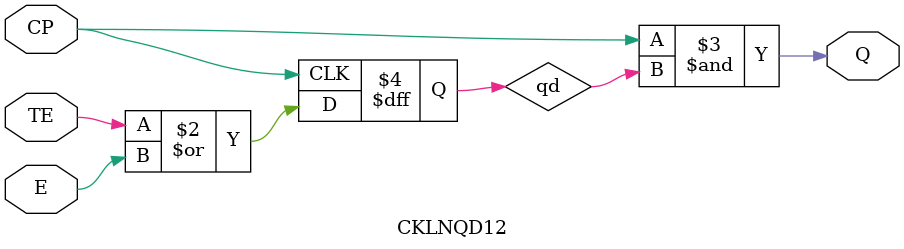
<source format=v>


module  CKLNQD12 (
	 TE
	,E
	,CP
	,Q
	);

input	 TE ;
input	 E ;
input	 CP ;
output	 Q ;

reg qd;
always @(negedge CP)
    qd <= TE | E;

assign Q = CP & qd;
endmodule

</source>
